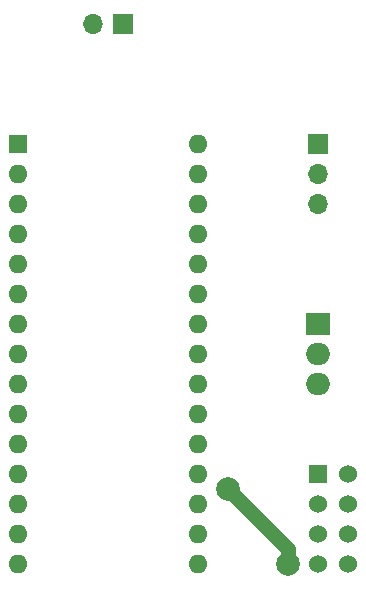
<source format=gbr>
G04 #@! TF.GenerationSoftware,KiCad,Pcbnew,(5.1.5)-3*
G04 #@! TF.CreationDate,2020-02-10T18:59:08+01:00*
G04 #@! TF.ProjectId,WeatherStationSender,57656174-6865-4725-9374-6174696f6e53,rev?*
G04 #@! TF.SameCoordinates,Original*
G04 #@! TF.FileFunction,Copper,L2,Bot*
G04 #@! TF.FilePolarity,Positive*
%FSLAX46Y46*%
G04 Gerber Fmt 4.6, Leading zero omitted, Abs format (unit mm)*
G04 Created by KiCad (PCBNEW (5.1.5)-3) date 2020-02-10 18:59:08*
%MOMM*%
%LPD*%
G04 APERTURE LIST*
%ADD10C,1.524000*%
%ADD11R,1.524000X1.524000*%
%ADD12O,2.000000X1.905000*%
%ADD13R,2.000000X1.905000*%
%ADD14O,1.700000X1.700000*%
%ADD15R,1.700000X1.700000*%
%ADD16O,1.600000X1.600000*%
%ADD17R,1.600000X1.600000*%
%ADD18C,2.000000*%
%ADD19C,1.270000*%
G04 APERTURE END LIST*
D10*
X147320000Y-99060000D03*
X144780000Y-99060000D03*
X147320000Y-96520000D03*
X144780000Y-96520000D03*
X147320000Y-93980000D03*
X144780000Y-93980000D03*
X147320000Y-91440000D03*
D11*
X144780000Y-91440000D03*
D12*
X144780000Y-83820000D03*
X144780000Y-81280000D03*
D13*
X144780000Y-78740000D03*
D14*
X125730000Y-53340000D03*
D15*
X128270000Y-53340000D03*
D14*
X144780000Y-68580000D03*
X144780000Y-66040000D03*
D15*
X144780000Y-63500000D03*
D16*
X134620000Y-99060000D03*
X119380000Y-99060000D03*
X134620000Y-63500000D03*
X119380000Y-96520000D03*
X134620000Y-66040000D03*
X119380000Y-93980000D03*
X134620000Y-68580000D03*
X119380000Y-91440000D03*
X134620000Y-71120000D03*
X119380000Y-88900000D03*
X134620000Y-73660000D03*
X119380000Y-86360000D03*
X134620000Y-76200000D03*
X119380000Y-83820000D03*
X134620000Y-78740000D03*
X119380000Y-81280000D03*
X134620000Y-81280000D03*
X119380000Y-78740000D03*
X134620000Y-83820000D03*
X119380000Y-76200000D03*
X134620000Y-86360000D03*
X119380000Y-73660000D03*
X134620000Y-88900000D03*
X119380000Y-71120000D03*
X134620000Y-91440000D03*
X119380000Y-68580000D03*
X134620000Y-93980000D03*
X119380000Y-66040000D03*
X134620000Y-96520000D03*
D17*
X119380000Y-63500000D03*
D18*
X137160000Y-92710000D03*
X142240000Y-99060000D03*
D19*
X142240000Y-97790000D02*
X137160000Y-92710000D01*
X142240000Y-99060000D02*
X142240000Y-97790000D01*
M02*

</source>
